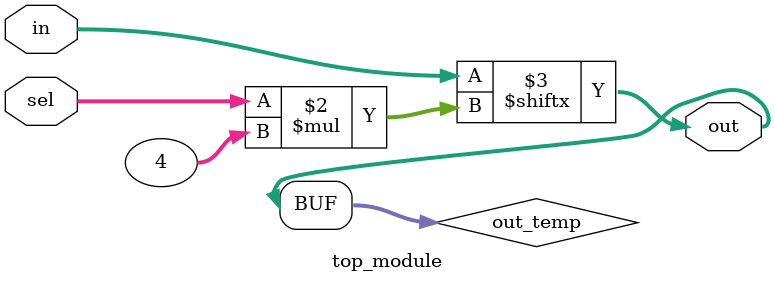
<source format=sv>
module top_module (
    input [1023:0] in,
    input [7:0] sel,
    output [3:0] out
);
    reg [3:0] out_temp;
    
    always @* begin
        out_temp = in[(sel+1)*4 - 1 : sel*4];
    end
    
    assign out = out_temp;
endmodule

</source>
